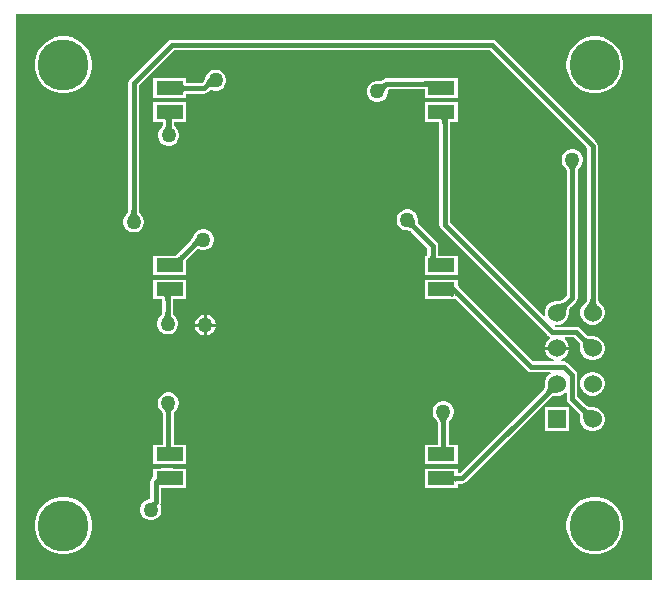
<source format=gbr>
G04*
G04 #@! TF.GenerationSoftware,Altium Limited,Altium Designer,22.4.2 (48)*
G04*
G04 Layer_Physical_Order=1*
G04 Layer_Color=255*
%FSLAX25Y25*%
%MOIN*%
G70*
G04*
G04 #@! TF.SameCoordinates,96A84167-8CB8-41EC-8849-8989CCC38216*
G04*
G04*
G04 #@! TF.FilePolarity,Positive*
G04*
G01*
G75*
%ADD11C,0.01000*%
%ADD12R,0.08900X0.04600*%
%ADD17C,0.01500*%
%ADD18C,0.17000*%
%ADD19C,0.06024*%
%ADD20R,0.06024X0.06024*%
%ADD21C,0.05000*%
G36*
X700000Y100000D02*
X488091D01*
Y288583D01*
X700000D01*
Y100000D01*
D02*
G37*
%LPC*%
G36*
X631000Y267184D02*
X611615D01*
X610932Y267049D01*
X610353Y266662D01*
X610199Y266508D01*
X610143Y266466D01*
X610043Y266406D01*
X609938Y266357D01*
X609824Y266317D01*
X609699Y266287D01*
X609559Y266267D01*
X609405Y266259D01*
X609232Y266263D01*
X609089Y266278D01*
X609024Y266295D01*
X608102D01*
X607212Y266057D01*
X606414Y265596D01*
X605762Y264944D01*
X605302Y264146D01*
X605063Y263256D01*
Y262334D01*
X605302Y261444D01*
X605762Y260646D01*
X606414Y259995D01*
X607212Y259534D01*
X608102Y259295D01*
X609024D01*
X609914Y259534D01*
X610712Y259995D01*
X611364Y260646D01*
X611825Y261444D01*
X612063Y262334D01*
Y262414D01*
X612091Y262616D01*
X612133Y262830D01*
X612182Y263028D01*
X612239Y263208D01*
X612302Y263372D01*
X612371Y263520D01*
X612424Y263616D01*
X624307D01*
X624398Y263608D01*
X624471Y263596D01*
Y260542D01*
X635371D01*
Y267143D01*
X631210D01*
X631000Y267184D01*
D02*
G37*
G36*
X555087Y270035D02*
X554165D01*
X553275Y269797D01*
X552477Y269336D01*
X551825Y268685D01*
X551365Y267886D01*
X551301Y267651D01*
X551270Y267595D01*
X551187Y267341D01*
X551008Y266879D01*
X550927Y266702D01*
X550732Y266339D01*
X550645Y266203D01*
X550551Y266074D01*
X550519Y266034D01*
X550112Y265627D01*
X544986D01*
X544897Y265635D01*
X544820Y265648D01*
Y267143D01*
X533920D01*
Y260542D01*
X544820D01*
Y262037D01*
X544897Y262050D01*
X544986Y262058D01*
X550851D01*
X551534Y262194D01*
X552112Y262581D01*
X552643Y263111D01*
X552695Y263150D01*
X552779Y263198D01*
X552859Y263231D01*
X552939Y263254D01*
X553025Y263267D01*
X553123Y263270D01*
X553235Y263262D01*
X553366Y263237D01*
X553557Y263183D01*
X553641Y263176D01*
X554165Y263035D01*
X555087D01*
X555977Y263274D01*
X556775Y263735D01*
X557427Y264386D01*
X557888Y265184D01*
X558126Y266075D01*
Y266996D01*
X557888Y267886D01*
X557427Y268685D01*
X556775Y269336D01*
X555977Y269797D01*
X555087Y270035D01*
D02*
G37*
G36*
X682038Y281153D02*
X680167D01*
X678331Y280788D01*
X676602Y280072D01*
X675046Y279033D01*
X673723Y277709D01*
X672684Y276153D01*
X671967Y274425D01*
X671602Y272589D01*
Y270718D01*
X671967Y268882D01*
X672684Y267154D01*
X673723Y265598D01*
X675046Y264274D01*
X676602Y263235D01*
X678331Y262519D01*
X680167Y262154D01*
X682038D01*
X683873Y262519D01*
X685602Y263235D01*
X687158Y264274D01*
X688482Y265598D01*
X689521Y267154D01*
X690237Y268882D01*
X690602Y270718D01*
Y272589D01*
X690237Y274425D01*
X689521Y276153D01*
X688482Y277709D01*
X687158Y279033D01*
X685602Y280072D01*
X683873Y280788D01*
X682038Y281153D01*
D02*
G37*
G36*
X504873D02*
X503001D01*
X501166Y280788D01*
X499437Y280072D01*
X497881Y279033D01*
X496558Y277709D01*
X495518Y276153D01*
X494802Y274425D01*
X494437Y272589D01*
Y270718D01*
X494802Y268882D01*
X495518Y267154D01*
X496558Y265598D01*
X497881Y264274D01*
X499437Y263235D01*
X501166Y262519D01*
X503001Y262154D01*
X504873D01*
X506708Y262519D01*
X508437Y263235D01*
X509993Y264274D01*
X511316Y265598D01*
X512356Y267154D01*
X513072Y268882D01*
X513437Y270718D01*
Y272589D01*
X513072Y274425D01*
X512356Y276153D01*
X511316Y277709D01*
X509993Y279033D01*
X508437Y280072D01*
X506708Y280788D01*
X504873Y281153D01*
D02*
G37*
G36*
X544820Y259142D02*
X533920D01*
Y252542D01*
X537172D01*
X537184Y252471D01*
X537192Y252379D01*
Y251926D01*
X537182Y251855D01*
X537153Y251728D01*
X537111Y251599D01*
X537055Y251467D01*
X536983Y251331D01*
X536894Y251190D01*
X536787Y251045D01*
X536660Y250895D01*
X536492Y250721D01*
X536443Y250645D01*
X536176Y250377D01*
X535715Y249579D01*
X535476Y248689D01*
Y247768D01*
X535715Y246877D01*
X536176Y246079D01*
X536827Y245428D01*
X537625Y244967D01*
X538516Y244728D01*
X539437D01*
X540327Y244967D01*
X541125Y245428D01*
X541777Y246079D01*
X542238Y246877D01*
X542476Y247768D01*
Y248689D01*
X542238Y249579D01*
X541777Y250377D01*
X541510Y250645D01*
X541461Y250721D01*
X541293Y250895D01*
X541166Y251045D01*
X541058Y251190D01*
X540970Y251331D01*
X540898Y251467D01*
X540842Y251599D01*
X540800Y251728D01*
X540770Y251855D01*
X540761Y251926D01*
Y252379D01*
X540769Y252471D01*
X540780Y252542D01*
X544820D01*
Y259142D01*
D02*
G37*
G36*
X551051Y216886D02*
X550130D01*
X549240Y216647D01*
X548442Y216186D01*
X547790Y215535D01*
X547329Y214737D01*
X547309Y214662D01*
X547227Y214469D01*
X546991Y213992D01*
X546877Y213791D01*
X546594Y213359D01*
X546460Y213179D01*
X546206Y212879D01*
X541875Y208548D01*
X541748Y208437D01*
X541553Y208284D01*
X541385Y208169D01*
X541248Y208091D01*
X541239Y208087D01*
X533920D01*
Y201487D01*
X544820D01*
Y206383D01*
X545215Y206841D01*
X548478Y210105D01*
X548529Y210142D01*
X548605Y210185D01*
X548673Y210213D01*
X548737Y210229D01*
X548803Y210237D01*
X548879Y210236D01*
X548970Y210224D01*
X549080Y210195D01*
X549182Y210157D01*
X549240Y210124D01*
X550130Y209886D01*
X551051D01*
X551941Y210124D01*
X552740Y210585D01*
X553391Y211237D01*
X553852Y212035D01*
X554090Y212925D01*
Y213847D01*
X553852Y214737D01*
X553391Y215535D01*
X552740Y216186D01*
X551941Y216647D01*
X551051Y216886D01*
D02*
G37*
G36*
X618965Y223480D02*
X618043D01*
X617153Y223242D01*
X616355Y222781D01*
X615703Y222129D01*
X615242Y221331D01*
X615004Y220441D01*
Y219519D01*
X615242Y218629D01*
X615703Y217831D01*
X616355Y217180D01*
X617153Y216719D01*
X618043Y216480D01*
X618421D01*
X618509Y216461D01*
X618752Y216456D01*
X618947Y216440D01*
X619126Y216414D01*
X619288Y216377D01*
X619435Y216332D01*
X619568Y216278D01*
X619689Y216217D01*
X619800Y216147D01*
X619857Y216104D01*
X625266Y210695D01*
Y208251D01*
X625258Y208159D01*
X625246Y208087D01*
X624471D01*
Y201487D01*
X635371D01*
Y208087D01*
X628854D01*
X628842Y208159D01*
X628834Y208251D01*
Y211434D01*
X628698Y212117D01*
X628312Y212696D01*
X628312Y212696D01*
X622380Y218628D01*
X622337Y218685D01*
X622268Y218795D01*
X622206Y218916D01*
X622153Y219049D01*
X622107Y219196D01*
X622071Y219358D01*
X622044Y219537D01*
X622028Y219733D01*
X622023Y219975D01*
X622004Y220063D01*
Y220441D01*
X621765Y221331D01*
X621305Y222129D01*
X620653Y222781D01*
X619855Y223242D01*
X618965Y223480D01*
D02*
G37*
G36*
X551681Y188430D02*
Y185441D01*
X554671D01*
X554443Y186292D01*
X553982Y187090D01*
X553330Y187742D01*
X552532Y188202D01*
X551681Y188430D01*
D02*
G37*
G36*
X550681D02*
X549830Y188202D01*
X549032Y187742D01*
X548380Y187090D01*
X547920Y186292D01*
X547692Y185441D01*
X550681D01*
Y188430D01*
D02*
G37*
G36*
X646703Y280082D02*
X540108D01*
X539425Y279946D01*
X538847Y279559D01*
X526100Y266813D01*
X525714Y266234D01*
X525578Y265551D01*
Y222989D01*
X525568Y222918D01*
X525539Y222791D01*
X525497Y222662D01*
X525441Y222530D01*
X525369Y222394D01*
X525280Y222253D01*
X525173Y222108D01*
X525045Y221958D01*
X524878Y221784D01*
X524829Y221708D01*
X524562Y221440D01*
X524101Y220642D01*
X523862Y219752D01*
Y218831D01*
X524101Y217940D01*
X524562Y217142D01*
X525213Y216491D01*
X526011Y216030D01*
X526901Y215791D01*
X527823D01*
X528713Y216030D01*
X529511Y216491D01*
X530163Y217142D01*
X530624Y217940D01*
X530862Y218831D01*
Y219752D01*
X530624Y220642D01*
X530163Y221440D01*
X529895Y221708D01*
X529847Y221784D01*
X529679Y221958D01*
X529552Y222108D01*
X529444Y222253D01*
X529355Y222394D01*
X529284Y222530D01*
X529228Y222662D01*
X529185Y222791D01*
X529156Y222918D01*
X529146Y222989D01*
Y264812D01*
X540847Y276513D01*
X645964D01*
X678516Y243961D01*
Y193550D01*
X678498Y193438D01*
X678456Y193282D01*
X678393Y193115D01*
X678307Y192935D01*
X678197Y192744D01*
X678068Y192554D01*
X677690Y192098D01*
X677461Y191862D01*
X677410Y191784D01*
X677090Y191463D01*
X676562Y190549D01*
X676288Y189528D01*
Y188472D01*
X676562Y187452D01*
X677090Y186537D01*
X677837Y185790D01*
X678752Y185262D01*
X679772Y184988D01*
X680828D01*
X681848Y185262D01*
X682763Y185790D01*
X683510Y186537D01*
X684038Y187452D01*
X684312Y188472D01*
Y189528D01*
X684038Y190549D01*
X683510Y191463D01*
X683190Y191784D01*
X683139Y191862D01*
X682900Y192108D01*
X682706Y192329D01*
X682540Y192542D01*
X682403Y192744D01*
X682292Y192935D01*
X682207Y193115D01*
X682144Y193282D01*
X682102Y193438D01*
X682084Y193550D01*
Y244700D01*
X681949Y245383D01*
X681562Y245962D01*
X681562Y245962D01*
X647964Y279559D01*
X647386Y279946D01*
X646703Y280082D01*
D02*
G37*
G36*
X631000Y259184D02*
X630790Y259142D01*
X624471D01*
Y252542D01*
X629196D01*
X629208Y252471D01*
X629216Y252379D01*
Y218409D01*
X629352Y217727D01*
X629738Y217148D01*
X665507Y181379D01*
X666086Y180992D01*
X666148Y180470D01*
X666026Y180399D01*
X665279Y179652D01*
X664751Y178737D01*
X664477Y177717D01*
Y177689D01*
X668489D01*
X672501D01*
Y177717D01*
X672227Y178737D01*
X671699Y179652D01*
X670995Y180356D01*
X671040Y180726D01*
X671075Y180856D01*
X674109D01*
X675821Y179145D01*
X675887Y179053D01*
X675968Y178913D01*
X676042Y178750D01*
X676108Y178563D01*
X676165Y178349D01*
X676208Y178124D01*
X676264Y177534D01*
X676269Y177205D01*
X676288Y177114D01*
Y176661D01*
X676562Y175640D01*
X677090Y174726D01*
X677837Y173979D01*
X678752Y173451D01*
X679772Y173177D01*
X680828D01*
X681848Y173451D01*
X682763Y173979D01*
X683510Y174726D01*
X684038Y175640D01*
X684312Y176661D01*
Y177717D01*
X684038Y178737D01*
X683510Y179652D01*
X682763Y180399D01*
X681848Y180927D01*
X680828Y181201D01*
X680375D01*
X680284Y181220D01*
X679941Y181225D01*
X679647Y181244D01*
X679380Y181278D01*
X679140Y181324D01*
X678926Y181380D01*
X678739Y181447D01*
X678576Y181521D01*
X678436Y181602D01*
X678344Y181668D01*
X676110Y183902D01*
X675531Y184289D01*
X674848Y184425D01*
X667726D01*
X667636Y184558D01*
X667946Y184992D01*
X667961Y184988D01*
X669017D01*
X670038Y185262D01*
X670952Y185790D01*
X671699Y186537D01*
X672227Y187452D01*
X672501Y188472D01*
Y188925D01*
X672520Y189016D01*
X672525Y189359D01*
X672544Y189653D01*
X672578Y189920D01*
X672623Y190160D01*
X672681Y190374D01*
X672747Y190561D01*
X672821Y190724D01*
X672902Y190864D01*
X672968Y190956D01*
X674785Y192773D01*
X674785Y192773D01*
X675172Y193352D01*
X675308Y194035D01*
X675308Y194035D01*
Y236362D01*
X675318Y236433D01*
X675347Y236560D01*
X675389Y236689D01*
X675445Y236820D01*
X675517Y236956D01*
X675606Y237097D01*
X675713Y237242D01*
X675840Y237392D01*
X676008Y237567D01*
X676057Y237643D01*
X676324Y237910D01*
X676785Y238708D01*
X677024Y239598D01*
Y240520D01*
X676785Y241410D01*
X676324Y242208D01*
X675673Y242860D01*
X674875Y243320D01*
X673984Y243559D01*
X673063D01*
X672173Y243320D01*
X671375Y242860D01*
X670723Y242208D01*
X670262Y241410D01*
X670024Y240520D01*
Y239598D01*
X670262Y238708D01*
X670723Y237910D01*
X670990Y237643D01*
X671039Y237567D01*
X671207Y237392D01*
X671334Y237242D01*
X671442Y237097D01*
X671530Y236956D01*
X671602Y236820D01*
X671658Y236689D01*
X671700Y236560D01*
X671730Y236433D01*
X671739Y236362D01*
Y194774D01*
X670445Y193479D01*
X670353Y193413D01*
X670213Y193332D01*
X670050Y193258D01*
X669863Y193192D01*
X669649Y193134D01*
X669424Y193091D01*
X668834Y193036D01*
X668505Y193031D01*
X668414Y193012D01*
X667961D01*
X666940Y192738D01*
X666026Y192210D01*
X665279Y191463D01*
X664751Y190549D01*
X664477Y189528D01*
Y188472D01*
X664590Y188050D01*
X664142Y187791D01*
X632784Y219148D01*
Y252379D01*
X632792Y252471D01*
X632804Y252542D01*
X635371D01*
Y259142D01*
X631210D01*
X631000Y259184D01*
D02*
G37*
G36*
X544820Y200087D02*
X533920D01*
Y193487D01*
X536877D01*
X536889Y193416D01*
X536897Y193324D01*
Y189032D01*
X536887Y188961D01*
X536858Y188834D01*
X536816Y188705D01*
X536760Y188573D01*
X536688Y188437D01*
X536599Y188297D01*
X536492Y188151D01*
X536364Y188002D01*
X536197Y187827D01*
X536148Y187751D01*
X535880Y187484D01*
X535420Y186686D01*
X535181Y185795D01*
Y184874D01*
X535420Y183984D01*
X535880Y183186D01*
X536532Y182534D01*
X537330Y182073D01*
X538220Y181835D01*
X539142D01*
X540032Y182073D01*
X540830Y182534D01*
X541482Y183186D01*
X541943Y183984D01*
X542181Y184874D01*
Y185795D01*
X541943Y186686D01*
X541482Y187484D01*
X541214Y187751D01*
X541166Y187827D01*
X540998Y188002D01*
X540871Y188151D01*
X540763Y188297D01*
X540674Y188437D01*
X540603Y188573D01*
X540547Y188705D01*
X540504Y188834D01*
X540475Y188961D01*
X540465Y189032D01*
Y193324D01*
X540473Y193416D01*
X540485Y193487D01*
X544820D01*
Y200087D01*
D02*
G37*
G36*
X554671Y184441D02*
X551681D01*
Y181451D01*
X552532Y181679D01*
X553330Y182140D01*
X553982Y182792D01*
X554443Y183590D01*
X554671Y184441D01*
D02*
G37*
G36*
X550681D02*
X547692D01*
X547920Y183590D01*
X548380Y182792D01*
X549032Y182140D01*
X549830Y181679D01*
X550681Y181451D01*
Y184441D01*
D02*
G37*
G36*
X680828Y169390D02*
X679772D01*
X678752Y169116D01*
X677837Y168588D01*
X677090Y167841D01*
X676562Y166926D01*
X676288Y165906D01*
Y164850D01*
X676562Y163829D01*
X677090Y162915D01*
X677837Y162168D01*
X678752Y161639D01*
X679772Y161366D01*
X680828D01*
X681848Y161639D01*
X682763Y162168D01*
X683510Y162915D01*
X684038Y163829D01*
X684312Y164850D01*
Y165906D01*
X684038Y166926D01*
X683510Y167841D01*
X682763Y168588D01*
X681848Y169116D01*
X680828Y169390D01*
D02*
G37*
G36*
X635371Y200087D02*
X624471D01*
Y193487D01*
X634268D01*
X634286Y193482D01*
X634323Y193487D01*
X634359Y193480D01*
X634397Y193487D01*
X634739D01*
X658425Y169801D01*
X659004Y169414D01*
X659687Y169279D01*
X659687Y169279D01*
X666222D01*
X666356Y168779D01*
X666026Y168588D01*
X665279Y167841D01*
X664751Y166926D01*
X664477Y165906D01*
Y165453D01*
X664458Y165362D01*
X664453Y165018D01*
X664434Y164725D01*
X664400Y164458D01*
X664354Y164218D01*
X664297Y164004D01*
X664231Y163817D01*
X664157Y163654D01*
X664076Y163514D01*
X664010Y163422D01*
X636167Y135580D01*
X635538D01*
X635448Y135587D01*
X635371Y135600D01*
Y137095D01*
X624471D01*
Y130495D01*
X635371D01*
Y131990D01*
X635448Y132003D01*
X635538Y132011D01*
X636906D01*
X637589Y132147D01*
X638168Y132534D01*
X666533Y160899D01*
X666625Y160965D01*
X666765Y161046D01*
X666928Y161120D01*
X667115Y161186D01*
X667329Y161243D01*
X667554Y161286D01*
X668144Y161342D01*
X668473Y161347D01*
X668564Y161366D01*
X669017D01*
X670038Y161639D01*
X670952Y162168D01*
X671208Y162424D01*
X671670Y162232D01*
Y160412D01*
X671806Y159730D01*
X672193Y159151D01*
X675821Y155523D01*
X675887Y155431D01*
X675968Y155291D01*
X676042Y155128D01*
X676108Y154941D01*
X676165Y154727D01*
X676208Y154502D01*
X676264Y153912D01*
X676269Y153583D01*
X676288Y153492D01*
Y153039D01*
X676562Y152018D01*
X677090Y151104D01*
X677837Y150357D01*
X678752Y149829D01*
X679772Y149555D01*
X680828D01*
X681848Y149829D01*
X682763Y150357D01*
X683510Y151104D01*
X684038Y152018D01*
X684312Y153039D01*
Y154095D01*
X684038Y155115D01*
X683510Y156030D01*
X682763Y156777D01*
X681848Y157305D01*
X680828Y157579D01*
X680375D01*
X680284Y157598D01*
X679941Y157603D01*
X679647Y157622D01*
X679380Y157656D01*
X679140Y157702D01*
X678926Y157758D01*
X678739Y157825D01*
X678576Y157899D01*
X678436Y157980D01*
X678344Y158046D01*
X675239Y161151D01*
Y168278D01*
X675103Y168960D01*
X674716Y169539D01*
X674716Y169539D01*
X671931Y172325D01*
X671352Y172711D01*
X670669Y172847D01*
X669718D01*
X669652Y173347D01*
X670038Y173451D01*
X670952Y173979D01*
X671699Y174726D01*
X672227Y175640D01*
X672501Y176661D01*
Y176689D01*
X668489D01*
X664477D01*
Y176661D01*
X664751Y175640D01*
X665279Y174726D01*
X666026Y173979D01*
X666940Y173451D01*
X667326Y173347D01*
X667260Y172847D01*
X660426D01*
X636336Y196938D01*
X635938Y197402D01*
X635771Y197628D01*
X635633Y197843D01*
X635527Y198033D01*
X635454Y198198D01*
X635409Y198333D01*
X635387Y198437D01*
X635376Y198586D01*
X635371Y198604D01*
Y200087D01*
D02*
G37*
G36*
X672501Y157579D02*
X664477D01*
Y149555D01*
X672501D01*
Y157579D01*
D02*
G37*
G36*
X630973Y159504D02*
X630051D01*
X629161Y159265D01*
X628363Y158805D01*
X627711Y158153D01*
X627250Y157355D01*
X627012Y156465D01*
Y155543D01*
X627250Y154653D01*
X627711Y153855D01*
X627979Y153587D01*
X628027Y153512D01*
X628195Y153337D01*
X628322Y153187D01*
X628430Y153042D01*
X628518Y152901D01*
X628590Y152765D01*
X628646Y152634D01*
X628688Y152505D01*
X628718Y152377D01*
X628727Y152307D01*
Y145258D01*
X628720Y145167D01*
X628708Y145095D01*
X624471D01*
Y138495D01*
X635371D01*
Y145095D01*
X632316D01*
X632304Y145167D01*
X632296Y145258D01*
Y152307D01*
X632306Y152377D01*
X632335Y152505D01*
X632377Y152634D01*
X632433Y152765D01*
X632505Y152901D01*
X632594Y153042D01*
X632701Y153187D01*
X632829Y153337D01*
X632997Y153512D01*
X633045Y153587D01*
X633313Y153855D01*
X633773Y154653D01*
X634012Y155543D01*
Y156465D01*
X633773Y157355D01*
X633313Y158153D01*
X632661Y158805D01*
X631863Y159265D01*
X630973Y159504D01*
D02*
G37*
G36*
X539339Y162457D02*
X538417D01*
X537527Y162218D01*
X536729Y161757D01*
X536077Y161106D01*
X535616Y160308D01*
X535378Y159417D01*
Y158496D01*
X535616Y157606D01*
X536077Y156808D01*
X536345Y156540D01*
X536393Y156464D01*
X536561Y156290D01*
X536688Y156140D01*
X536796Y155995D01*
X536885Y155854D01*
X536956Y155718D01*
X537013Y155586D01*
X537055Y155457D01*
X537084Y155330D01*
X537094Y155259D01*
Y145258D01*
X537086Y145167D01*
X537074Y145095D01*
X533920D01*
Y138495D01*
X544820D01*
Y145095D01*
X540682D01*
X540670Y145167D01*
X540662Y145258D01*
Y155259D01*
X540672Y155330D01*
X540701Y155457D01*
X540743Y155586D01*
X540800Y155718D01*
X540871Y155854D01*
X540960Y155995D01*
X541068Y156140D01*
X541195Y156290D01*
X541363Y156464D01*
X541411Y156540D01*
X541679Y156808D01*
X542139Y157606D01*
X542378Y158496D01*
Y159417D01*
X542139Y160308D01*
X541679Y161106D01*
X541027Y161757D01*
X540229Y162218D01*
X539339Y162457D01*
D02*
G37*
G36*
X539862Y137284D02*
X537220D01*
X536537Y137148D01*
X536458Y137095D01*
X533920D01*
Y134475D01*
X533388Y133943D01*
X533002Y133364D01*
X532866Y132682D01*
Y126925D01*
X532610D01*
X531720Y126687D01*
X530922Y126226D01*
X530270Y125574D01*
X529809Y124776D01*
X529571Y123886D01*
Y122964D01*
X529809Y122074D01*
X530270Y121276D01*
X530922Y120624D01*
X531720Y120164D01*
X532610Y119925D01*
X533532D01*
X534422Y120164D01*
X535220Y120624D01*
X535872Y121276D01*
X536332Y122074D01*
X536571Y122964D01*
Y123886D01*
X536332Y124776D01*
X536122Y125140D01*
X536299Y125404D01*
X536434Y126087D01*
X536434Y126087D01*
Y130495D01*
X544820D01*
Y137095D01*
X540625D01*
X540545Y137148D01*
X539862Y137284D01*
D02*
G37*
G36*
X682038Y127610D02*
X680167D01*
X678331Y127245D01*
X676602Y126529D01*
X675046Y125489D01*
X673723Y124166D01*
X672684Y122610D01*
X671967Y120881D01*
X671602Y119046D01*
Y117175D01*
X671967Y115339D01*
X672684Y113610D01*
X673723Y112054D01*
X675046Y110731D01*
X676602Y109692D01*
X678331Y108975D01*
X680167Y108610D01*
X682038D01*
X683873Y108975D01*
X685602Y109692D01*
X687158Y110731D01*
X688482Y112054D01*
X689521Y113610D01*
X690237Y115339D01*
X690602Y117175D01*
Y119046D01*
X690237Y120881D01*
X689521Y122610D01*
X688482Y124166D01*
X687158Y125489D01*
X685602Y126529D01*
X683873Y127245D01*
X682038Y127610D01*
D02*
G37*
G36*
X504873D02*
X503001D01*
X501166Y127245D01*
X499437Y126529D01*
X497881Y125489D01*
X496558Y124166D01*
X495518Y122610D01*
X494802Y120881D01*
X494437Y119046D01*
Y117175D01*
X494802Y115339D01*
X495518Y113610D01*
X496558Y112054D01*
X497881Y110731D01*
X499437Y109692D01*
X501166Y108975D01*
X503001Y108610D01*
X504873D01*
X506708Y108975D01*
X508437Y109692D01*
X509993Y110731D01*
X511316Y112054D01*
X512356Y113610D01*
X513072Y115339D01*
X513437Y117175D01*
Y119046D01*
X513072Y120881D01*
X512356Y122610D01*
X511316Y124166D01*
X509993Y125489D01*
X508437Y126529D01*
X506708Y127245D01*
X504873Y127610D01*
D02*
G37*
%LPD*%
G36*
X611977Y264701D02*
X611830Y264542D01*
X611695Y264369D01*
X611573Y264183D01*
X611462Y263983D01*
X611363Y263770D01*
X611276Y263544D01*
X611201Y263304D01*
X611137Y263051D01*
X611086Y262784D01*
X611046Y262504D01*
X608904Y265272D01*
X609166Y265245D01*
X609418Y265238D01*
X609660Y265251D01*
X609891Y265284D01*
X610112Y265338D01*
X610322Y265411D01*
X610522Y265504D01*
X610711Y265617D01*
X610890Y265750D01*
X611058Y265903D01*
X611977Y264701D01*
D02*
G37*
G36*
X625483Y266130D02*
X625495Y263900D01*
X625479Y264042D01*
X625433Y264170D01*
X625357Y264282D01*
X625251Y264380D01*
X625115Y264462D01*
X624949Y264530D01*
X624753Y264582D01*
X624526Y264620D01*
X624270Y264643D01*
X623983Y264650D01*
Y266150D01*
X625483Y266130D01*
D02*
G37*
G36*
X554027Y267114D02*
X554064Y267097D01*
X554108Y267083D01*
X554159Y267070D01*
X554218Y267059D01*
X554359Y267044D01*
X554529Y267036D01*
X554626Y267035D01*
Y266035D01*
X554529Y266035D01*
X554218Y266011D01*
X554159Y266001D01*
X554108Y265988D01*
X554064Y265974D01*
X554027Y265957D01*
X553998Y265939D01*
Y267132D01*
X554027Y267114D01*
D02*
G37*
G36*
X553837Y264163D02*
X553600Y264231D01*
X553370Y264274D01*
X553147Y264291D01*
X552931Y264284D01*
X552722Y264252D01*
X552521Y264195D01*
X552326Y264113D01*
X552139Y264006D01*
X551960Y263875D01*
X551787Y263718D01*
X551088Y265140D01*
X551227Y265289D01*
X551360Y265452D01*
X551488Y265629D01*
X551611Y265821D01*
X551841Y266249D01*
X551948Y266484D01*
X552147Y266998D01*
X552239Y267277D01*
X553837Y264163D01*
D02*
G37*
G36*
X543823Y265200D02*
X543868Y265072D01*
X543943Y264960D01*
X544048Y264862D01*
X544183Y264780D01*
X544348Y264713D01*
X544543Y264660D01*
X544768Y264622D01*
X545023Y264600D01*
X545308Y264593D01*
Y263092D01*
X545023Y263085D01*
X544768Y263063D01*
X544543Y263025D01*
X544348Y262972D01*
X544183Y262905D01*
X544048Y262823D01*
X543943Y262725D01*
X543868Y262613D01*
X543823Y262485D01*
X543808Y262343D01*
Y265342D01*
X543823Y265200D01*
D02*
G37*
G36*
X540334Y253551D02*
X540206Y253506D01*
X540094Y253430D01*
X539996Y253325D01*
X539914Y253188D01*
X539846Y253022D01*
X539794Y252826D01*
X539756Y252599D01*
X539734Y252342D01*
X539727Y252092D01*
X539736Y251891D01*
X539766Y251671D01*
X539816Y251454D01*
X539886Y251240D01*
X539976Y251029D01*
X540086Y250820D01*
X540216Y250614D01*
X540366Y250411D01*
X540536Y250211D01*
X540726Y250014D01*
X537226D01*
X537416Y250211D01*
X537586Y250411D01*
X537736Y250614D01*
X537866Y250820D01*
X537976Y251029D01*
X538066Y251240D01*
X538136Y251454D01*
X538186Y251671D01*
X538216Y251891D01*
X538225Y252092D01*
X538219Y252342D01*
X538196Y252599D01*
X538159Y252826D01*
X538106Y253022D01*
X538039Y253188D01*
X537956Y253325D01*
X537859Y253430D01*
X537746Y253506D01*
X537619Y253551D01*
X537476Y253567D01*
X540476D01*
X540334Y253551D01*
D02*
G37*
G36*
X549610Y211086D02*
X549386Y211169D01*
X549168Y211226D01*
X548956Y211255D01*
X548749Y211258D01*
X548547Y211233D01*
X548351Y211182D01*
X548161Y211105D01*
X547975Y211000D01*
X547795Y210869D01*
X547621Y210711D01*
X546689Y211900D01*
X546888Y212107D01*
X547259Y212545D01*
X547431Y212775D01*
X547747Y213259D01*
X547892Y213513D01*
X548154Y214044D01*
X548272Y214321D01*
X549610Y211086D01*
D02*
G37*
G36*
X544869Y207958D02*
X544531Y207610D01*
X544009Y207004D01*
X543825Y206747D01*
X543692Y206520D01*
X543611Y206323D01*
X543580Y206156D01*
X543601Y206019D01*
X543673Y205913D01*
X543796Y205837D01*
X540804Y207063D01*
X540959Y207019D01*
X541127Y207009D01*
X541307Y207032D01*
X541501Y207089D01*
X541706Y207179D01*
X541925Y207303D01*
X542156Y207461D01*
X542400Y207652D01*
X542656Y207877D01*
X542925Y208136D01*
X544869Y207958D01*
D02*
G37*
G36*
X621009Y219681D02*
X621030Y219420D01*
X621068Y219170D01*
X621122Y218933D01*
X621191Y218707D01*
X621277Y218494D01*
X621379Y218293D01*
X621497Y218105D01*
X621631Y217928D01*
X621781Y217764D01*
X620721Y216703D01*
X620556Y216853D01*
X620380Y216987D01*
X620191Y217105D01*
X619990Y217207D01*
X619777Y217293D01*
X619552Y217363D01*
X619314Y217416D01*
X619065Y217454D01*
X618803Y217475D01*
X618529Y217480D01*
X621004Y219955D01*
X621009Y219681D01*
D02*
G37*
G36*
X627808Y208288D02*
X627830Y208031D01*
X627868Y207804D01*
X627920Y207608D01*
X627987Y207441D01*
X628070Y207305D01*
X628167Y207200D01*
X628280Y207124D01*
X628407Y207079D01*
X628550Y207063D01*
X625550D01*
X625693Y207079D01*
X625820Y207124D01*
X625933Y207200D01*
X626030Y207305D01*
X626113Y207441D01*
X626180Y207608D01*
X626232Y207804D01*
X626270Y208031D01*
X626293Y208288D01*
X626300Y208575D01*
X627800D01*
X627808Y208288D01*
D02*
G37*
G36*
X629391Y205434D02*
X629444Y205427D01*
X629525Y205421D01*
X630369Y205402D01*
X630909Y205400D01*
Y204400D01*
X629368Y204357D01*
Y205443D01*
X629391Y205434D01*
D02*
G37*
G36*
X528122Y222954D02*
X528152Y222734D01*
X528202Y222517D01*
X528272Y222303D01*
X528362Y222092D01*
X528472Y221883D01*
X528602Y221677D01*
X528752Y221474D01*
X528922Y221274D01*
X529112Y221077D01*
X525612D01*
X525802Y221274D01*
X525972Y221474D01*
X526122Y221677D01*
X526252Y221883D01*
X526362Y222092D01*
X526452Y222303D01*
X526522Y222517D01*
X526572Y222734D01*
X526602Y222954D01*
X526612Y223176D01*
X528112D01*
X528122Y222954D01*
D02*
G37*
G36*
X681064Y193475D02*
X681104Y193224D01*
X681172Y192971D01*
X681267Y192716D01*
X681390Y192460D01*
X681539Y192202D01*
X681715Y191942D01*
X681919Y191680D01*
X682150Y191416D01*
X682408Y191151D01*
X678192D01*
X678450Y191416D01*
X678885Y191942D01*
X679061Y192202D01*
X679210Y192460D01*
X679333Y192716D01*
X679428Y192971D01*
X679496Y193224D01*
X679536Y193475D01*
X679550Y193724D01*
X681050D01*
X681064Y193475D01*
D02*
G37*
G36*
X632358Y253551D02*
X632230Y253506D01*
X632118Y253430D01*
X632020Y253325D01*
X631938Y253188D01*
X631870Y253022D01*
X631817Y252826D01*
X631780Y252599D01*
X631757Y252342D01*
X631750Y252055D01*
X630250D01*
X630242Y252342D01*
X630220Y252599D01*
X630183Y252826D01*
X630130Y253022D01*
X630062Y253188D01*
X629980Y253325D01*
X629882Y253430D01*
X629770Y253506D01*
X629642Y253551D01*
X629500Y253567D01*
X632500D01*
X632358Y253551D01*
D02*
G37*
G36*
X675084Y238076D02*
X674914Y237876D01*
X674764Y237673D01*
X674634Y237467D01*
X674524Y237259D01*
X674434Y237047D01*
X674364Y236833D01*
X674314Y236616D01*
X674284Y236397D01*
X674274Y236174D01*
X672774D01*
X672764Y236397D01*
X672734Y236616D01*
X672684Y236833D01*
X672614Y237047D01*
X672524Y237259D01*
X672414Y237467D01*
X672284Y237673D01*
X672134Y237876D01*
X671964Y238076D01*
X671774Y238274D01*
X675274D01*
X675084Y238076D01*
D02*
G37*
G36*
X672360Y191810D02*
X672193Y191624D01*
X672044Y191418D01*
X671914Y191191D01*
X671801Y190944D01*
X671706Y190676D01*
X671629Y190388D01*
X671570Y190079D01*
X671529Y189750D01*
X671506Y189400D01*
X671501Y189030D01*
X668519Y192012D01*
X668889Y192017D01*
X669568Y192081D01*
X669877Y192140D01*
X670165Y192217D01*
X670433Y192312D01*
X670680Y192425D01*
X670907Y192555D01*
X671113Y192704D01*
X671299Y192871D01*
X672360Y191810D01*
D02*
G37*
G36*
X677676Y180893D02*
X677882Y180744D01*
X678109Y180614D01*
X678356Y180501D01*
X678624Y180406D01*
X678912Y180329D01*
X679221Y180270D01*
X679550Y180229D01*
X679900Y180206D01*
X680270Y180201D01*
X677288Y177219D01*
X677283Y177589D01*
X677219Y178268D01*
X677160Y178577D01*
X677083Y178865D01*
X676988Y179133D01*
X676875Y179380D01*
X676745Y179607D01*
X676596Y179813D01*
X676429Y179999D01*
X677490Y181060D01*
X677676Y180893D01*
D02*
G37*
G36*
X540039Y194496D02*
X539911Y194451D01*
X539799Y194375D01*
X539701Y194270D01*
X539619Y194133D01*
X539551Y193967D01*
X539499Y193771D01*
X539461Y193544D01*
X539439Y193287D01*
X539431Y192999D01*
X537931D01*
X537924Y193287D01*
X537901Y193544D01*
X537864Y193771D01*
X537811Y193967D01*
X537744Y194133D01*
X537661Y194270D01*
X537564Y194375D01*
X537451Y194451D01*
X537324Y194496D01*
X537181Y194511D01*
X540181D01*
X540039Y194496D01*
D02*
G37*
G36*
X539441Y188997D02*
X539471Y188777D01*
X539521Y188560D01*
X539591Y188346D01*
X539681Y188135D01*
X539791Y187926D01*
X539921Y187721D01*
X540071Y187518D01*
X540241Y187317D01*
X540431Y187120D01*
X536931D01*
X537121Y187317D01*
X537291Y187518D01*
X537441Y187721D01*
X537571Y187926D01*
X537681Y188135D01*
X537771Y188346D01*
X537841Y188560D01*
X537891Y188777D01*
X537921Y188997D01*
X537931Y189219D01*
X539431D01*
X539441Y188997D01*
D02*
G37*
G36*
X633332Y196357D02*
X633309Y196365D01*
X633256Y196373D01*
X633175Y196379D01*
X632332Y196398D01*
X631791Y196400D01*
Y197400D01*
X633332Y197443D01*
Y196357D01*
D02*
G37*
G36*
X634375Y198295D02*
X634423Y198067D01*
X634503Y197828D01*
X634614Y197579D01*
X634757Y197319D01*
X634932Y197048D01*
X635139Y196767D01*
X635648Y196173D01*
X635950Y195860D01*
X635420Y194269D01*
X635218Y194463D01*
X635038Y194618D01*
X634879Y194736D01*
X634741Y194815D01*
X634624Y194857D01*
X634529Y194861D01*
X634455Y194828D01*
X634402Y194756D01*
X634370Y194647D01*
X634359Y194499D01*
Y198512D01*
X634375Y198295D01*
D02*
G37*
G36*
X668459Y162366D02*
X668089Y162361D01*
X667410Y162297D01*
X667101Y162238D01*
X666813Y162161D01*
X666545Y162066D01*
X666298Y161953D01*
X666071Y161823D01*
X665865Y161674D01*
X665679Y161507D01*
X664618Y162568D01*
X664785Y162754D01*
X664934Y162960D01*
X665064Y163187D01*
X665177Y163434D01*
X665272Y163702D01*
X665349Y163990D01*
X665408Y164299D01*
X665449Y164628D01*
X665472Y164978D01*
X665477Y165348D01*
X668459Y162366D01*
D02*
G37*
G36*
X677676Y157271D02*
X677882Y157122D01*
X678109Y156992D01*
X678356Y156879D01*
X678624Y156784D01*
X678912Y156707D01*
X679221Y156648D01*
X679550Y156607D01*
X679900Y156584D01*
X680270Y156579D01*
X677288Y153597D01*
X677283Y153967D01*
X677219Y154646D01*
X677160Y154955D01*
X677083Y155243D01*
X676988Y155511D01*
X676875Y155758D01*
X676745Y155985D01*
X676596Y156191D01*
X676429Y156377D01*
X677490Y157438D01*
X677676Y157271D01*
D02*
G37*
G36*
X634374Y135153D02*
X634419Y135025D01*
X634494Y134913D01*
X634599Y134815D01*
X634734Y134733D01*
X634899Y134665D01*
X635094Y134613D01*
X635319Y134575D01*
X635574Y134553D01*
X635859Y134545D01*
Y133045D01*
X635574Y133038D01*
X635319Y133015D01*
X635094Y132978D01*
X634899Y132925D01*
X634734Y132858D01*
X634599Y132775D01*
X634494Y132678D01*
X634419Y132565D01*
X634374Y132438D01*
X634359Y132295D01*
Y135295D01*
X634374Y135153D01*
D02*
G37*
G36*
X632072Y154021D02*
X631902Y153821D01*
X631752Y153618D01*
X631622Y153412D01*
X631512Y153204D01*
X631422Y152992D01*
X631352Y152778D01*
X631302Y152561D01*
X631272Y152342D01*
X631262Y152119D01*
X629762D01*
X629752Y152342D01*
X629722Y152561D01*
X629672Y152778D01*
X629602Y152992D01*
X629512Y153204D01*
X629402Y153412D01*
X629272Y153618D01*
X629122Y153821D01*
X628952Y154021D01*
X628762Y154219D01*
X632262D01*
X632072Y154021D01*
D02*
G37*
G36*
X631269Y145296D02*
X631292Y145039D01*
X631329Y144812D01*
X631382Y144616D01*
X631449Y144449D01*
X631532Y144313D01*
X631629Y144207D01*
X631742Y144132D01*
X631869Y144086D01*
X632012Y144071D01*
X629012D01*
X629154Y144086D01*
X629282Y144132D01*
X629394Y144207D01*
X629492Y144313D01*
X629574Y144449D01*
X629642Y144616D01*
X629694Y144812D01*
X629732Y145039D01*
X629754Y145296D01*
X629762Y145583D01*
X631262D01*
X631269Y145296D01*
D02*
G37*
G36*
X540438Y156974D02*
X540268Y156774D01*
X540118Y156571D01*
X539988Y156365D01*
X539878Y156156D01*
X539788Y155945D01*
X539718Y155731D01*
X539668Y155514D01*
X539638Y155294D01*
X539628Y155072D01*
X538128D01*
X538118Y155294D01*
X538088Y155514D01*
X538038Y155731D01*
X537968Y155945D01*
X537878Y156156D01*
X537768Y156365D01*
X537638Y156571D01*
X537488Y156774D01*
X537318Y156974D01*
X537128Y157171D01*
X540628D01*
X540438Y156974D01*
D02*
G37*
G36*
X539636Y145296D02*
X539658Y145039D01*
X539695Y144812D01*
X539748Y144616D01*
X539815Y144449D01*
X539898Y144313D01*
X539995Y144207D01*
X540108Y144132D01*
X540236Y144086D01*
X540378Y144071D01*
X537378D01*
X537520Y144086D01*
X537648Y144132D01*
X537760Y144207D01*
X537858Y144313D01*
X537940Y144449D01*
X538008Y144616D01*
X538061Y144812D01*
X538098Y145039D01*
X538120Y145296D01*
X538128Y145583D01*
X539628D01*
X539636Y145296D01*
D02*
G37*
G36*
X533649Y124024D02*
X533633Y123987D01*
X533618Y123943D01*
X533606Y123892D01*
X533595Y123833D01*
X533580Y123692D01*
X533572Y123522D01*
X533571Y123425D01*
X532571D01*
X532570Y123522D01*
X532547Y123833D01*
X532536Y123892D01*
X532524Y123943D01*
X532509Y123987D01*
X532493Y124024D01*
X532474Y124053D01*
X533667D01*
X533649Y124024D01*
D02*
G37*
D11*
X538600Y143500D02*
X538878Y143778D01*
X628850Y204900D02*
X631000D01*
X608563Y262795D02*
X609010D01*
X553544Y266535D02*
X554626D01*
X538484Y205016D02*
X538600Y204900D01*
Y196900D02*
X538681Y196819D01*
X533071Y123425D02*
Y124508D01*
X631700Y196900D02*
X633500Y195100D01*
X631700Y196900D02*
X633850D01*
X631000Y257400D02*
X633150D01*
D12*
X629921Y255842D02*
D03*
Y263843D02*
D03*
Y196787D02*
D03*
Y204787D02*
D03*
Y133795D02*
D03*
Y141795D02*
D03*
X539370Y133795D02*
D03*
Y141795D02*
D03*
Y204787D02*
D03*
Y196787D02*
D03*
Y263843D02*
D03*
Y255842D02*
D03*
D17*
X537220Y135500D02*
X539862D01*
X535670Y133702D02*
Y133950D01*
X534650Y127735D02*
Y132682D01*
Y126087D02*
Y127735D01*
X538976Y248228D02*
Y256138D01*
X550851Y263843D02*
X552874Y265866D01*
X553009D02*
X553544Y266400D01*
X539370Y263843D02*
X550851D01*
X553544Y266400D02*
Y266535D01*
X552874Y265866D02*
X553009D01*
X636906Y133795D02*
X668489Y165378D01*
X629921Y133795D02*
X636906D01*
X630512Y142224D02*
Y156004D01*
X534650Y132682D02*
X535670Y133702D01*
Y133950D02*
X537220Y135500D01*
X538878Y143778D02*
Y158957D01*
X538484Y205016D02*
X540866D01*
X548566Y212716D02*
X549921D01*
X540866Y205016D02*
X548566Y212716D01*
X549921D02*
X550591Y213386D01*
X627050Y206700D02*
X628850Y204900D01*
X627050Y206700D02*
Y211434D01*
X618504Y219980D02*
X627050Y211434D01*
X631000Y218409D02*
Y257400D01*
Y218409D02*
X666769Y182641D01*
X674848D01*
X609010Y262795D02*
X611615Y265400D01*
X631000D01*
X538681Y185335D02*
Y196819D01*
X533071Y124508D02*
X534650Y126087D01*
X527362Y219291D02*
Y265551D01*
X540108Y278297D02*
X646703D01*
X527362Y265551D02*
X540108Y278297D01*
X673455Y160412D02*
Y168278D01*
X659687Y171063D02*
X670669D01*
X673455Y168278D01*
X633850Y196900D02*
X659687Y171063D01*
X680300Y189000D02*
Y244700D01*
X646703Y278297D02*
X680300Y244700D01*
X673524Y194035D02*
Y240059D01*
X668489Y189000D02*
X673524Y194035D01*
X674848Y182641D02*
X680300Y177189D01*
X673455Y160412D02*
X680300Y153567D01*
D18*
X681102Y118110D02*
D03*
X503937D02*
D03*
Y271654D02*
D03*
X681102D02*
D03*
D19*
X680300Y189000D02*
D03*
X668489D02*
D03*
X680300Y177189D02*
D03*
X668489D02*
D03*
X680300Y153567D02*
D03*
Y165378D02*
D03*
X668489D02*
D03*
D20*
Y153567D02*
D03*
D21*
X538976Y248228D02*
D03*
X551181Y184941D02*
D03*
X550591Y213386D02*
D03*
X630512Y156004D02*
D03*
X618504Y219980D02*
D03*
X608563Y262795D02*
D03*
X554626Y266535D02*
D03*
X538681Y185335D02*
D03*
X538878Y158957D02*
D03*
X533071Y123425D02*
D03*
X527362Y219291D02*
D03*
X673524Y240059D02*
D03*
M02*

</source>
